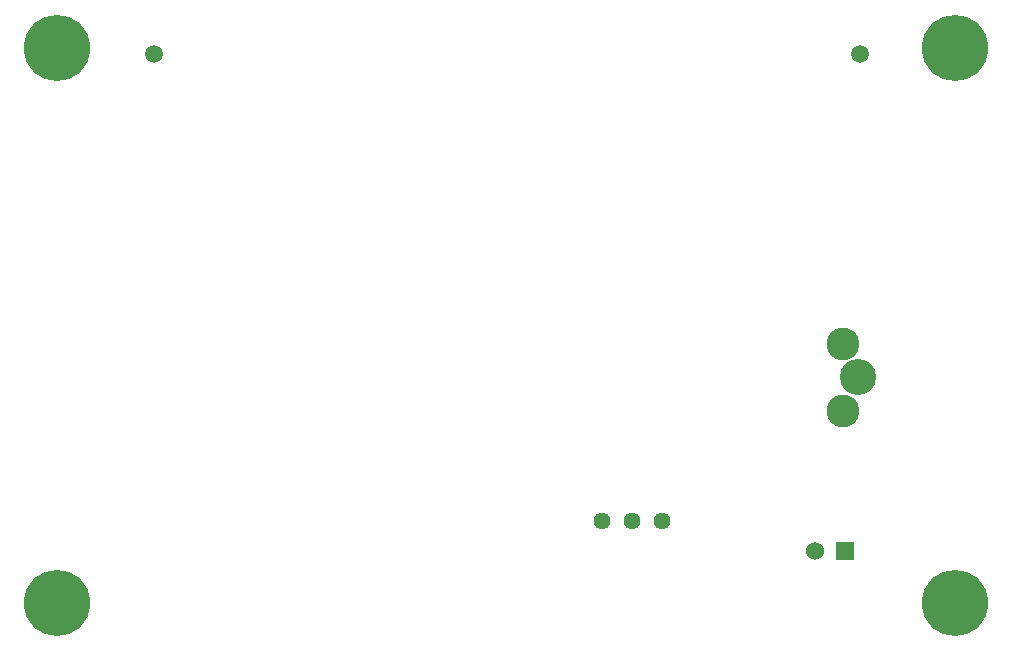
<source format=gbr>
%TF.GenerationSoftware,KiCad,Pcbnew,8.0.2*%
%TF.CreationDate,2024-09-30T17:14:49+02:00*%
%TF.ProjectId,Indicator_voltage,496e6469-6361-4746-9f72-5f766f6c7461,rev?*%
%TF.SameCoordinates,Original*%
%TF.FileFunction,Soldermask,Bot*%
%TF.FilePolarity,Negative*%
%FSLAX46Y46*%
G04 Gerber Fmt 4.6, Leading zero omitted, Abs format (unit mm)*
G04 Created by KiCad (PCBNEW 8.0.2) date 2024-09-30 17:14:49*
%MOMM*%
%LPD*%
G01*
G04 APERTURE LIST*
%ADD10C,5.600000*%
%ADD11C,3.050000*%
%ADD12C,2.775000*%
%ADD13R,1.530000X1.530000*%
%ADD14C,1.530000*%
%ADD15C,1.440000*%
%ADD16C,1.515000*%
G04 APERTURE END LIST*
D10*
%TO.C,*%
X118000000Y-97000000D03*
%TD*%
D11*
%TO.C,J1*%
X109840000Y-77850000D03*
D12*
X108500000Y-75000000D03*
X108500000Y-80700000D03*
%TD*%
D13*
%TO.C,J7*%
X108740000Y-92600000D03*
D14*
X106200000Y-92600000D03*
%TD*%
D15*
%TO.C,U1*%
X93190000Y-90000000D03*
X90650000Y-90000000D03*
X88110000Y-90000000D03*
%TD*%
D10*
%TO.C,*%
X42000000Y-50000000D03*
%TD*%
%TO.C,*%
X42000000Y-97000000D03*
%TD*%
D16*
%TO.C,F1*%
X110000000Y-50500000D03*
X50160000Y-50500000D03*
%TD*%
D10*
%TO.C,*%
X118000000Y-50000000D03*
%TD*%
M02*

</source>
